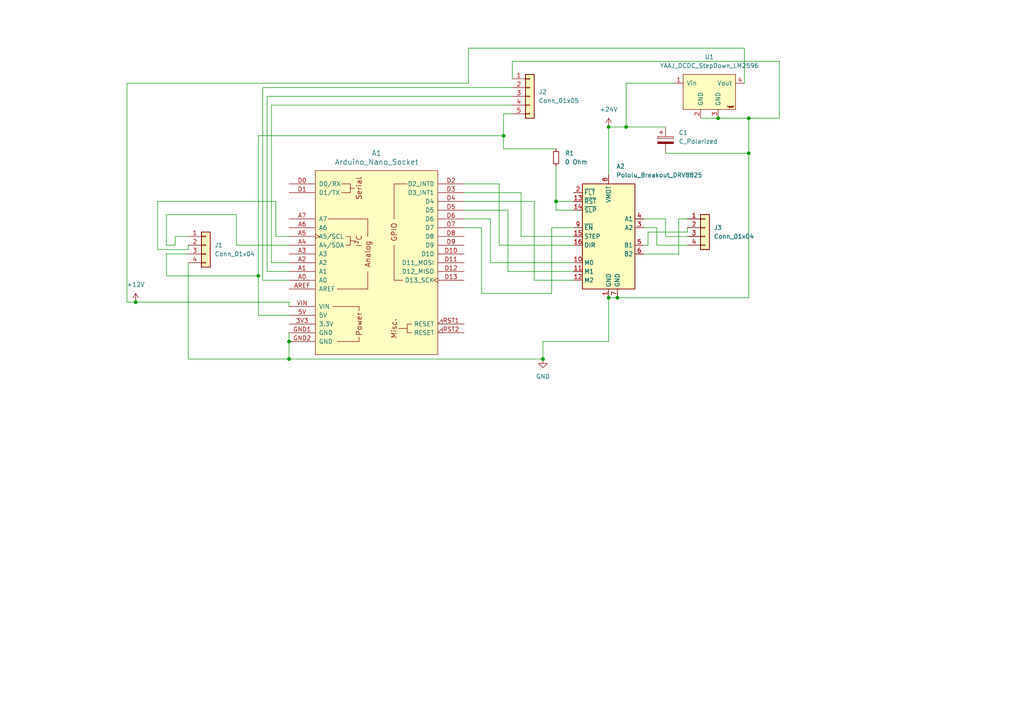
<source format=kicad_sch>
(kicad_sch (version 20230121) (generator eeschema)
  (paper "A4")
  (lib_symbols
    (symbol "Connector_Generic:Conn_01x04" (pin_names (offset 1.016) hide)
      (property "Reference" "J" (at 0 5.08 0))
      (property "Value" "Conn_01x04" (at 0 -7.62 0))
      (symbol "Conn_01x04_1_1"
        (rectangle (start -1.27 -4.953) (end 0 -5.207) (stroke (width 0.1524)))
        (rectangle (start -1.27 -2.413) (end 0 -2.667) (stroke (width 0.1524)))
        (rectangle (start -1.27 0.127) (end 0 -0.127) (stroke (width 0.1524)))
        (rectangle (start -1.27 2.667) (end 0 2.413) (stroke (width 0.1524)))
        (rectangle (start -1.27 3.81) (end 1.27 -6.35) (stroke (width 0.254)) (fill (type background)))
        (pin passive line (at -5.08 2.54 0) (length 3.81) (name "Pin_1") (number "1"))
        (pin passive line (at -5.08 0 0) (length 3.81) (name "Pin_2") (number "2"))
        (pin passive line (at -5.08 -2.54 0) (length 3.81) (name "Pin_3") (number "3"))
        (pin passive line (at -5.08 -5.08 0) (length 3.81) (name "Pin_4") (number "4"))
      )
    )
    (symbol "Connector_Generic:Conn_01x05" (pin_names (offset 1.016) hide)
      (property "Reference" "J" (at 0 7.62 0))
      (property "Value" "Conn_01x05" (at 0 -7.62 0))
      (symbol "Conn_01x05_1_1"
        (rectangle (start -1.27 -4.953) (end 0 -5.207) (stroke (width 0.1524)))
        (rectangle (start -1.27 -2.413) (end 0 -2.667) (stroke (width 0.1524)))
        (rectangle (start -1.27 0.127) (end 0 -0.127) (stroke (width 0.1524)))
        (rectangle (start -1.27 2.667) (end 0 2.413) (stroke (width 0.1524)))
        (rectangle (start -1.27 5.207) (end 0 4.953) (stroke (width 0.1524)))
        (rectangle (start -1.27 6.35) (end 1.27 -6.35) (stroke (width 0.254)) (fill (type background)))
        (pin passive line (at -5.08 5.08 0) (length 3.81) (name "Pin_1") (number "1"))
        (pin passive line (at -5.08 2.54 0) (length 3.81) (name "Pin_2") (number "2"))
        (pin passive line (at -5.08 0 0) (length 3.81) (name "Pin_3") (number "3"))
        (pin passive line (at -5.08 -2.54 0) (length 3.81) (name "Pin_4") (number "4"))
        (pin passive line (at -5.08 -5.08 0) (length 3.81) (name "Pin_5") (number "5"))
      )
    )
    (symbol "Device:C_Polarized" (pin_numbers hide) (pin_names (offset 0.254))
      (property "Reference" "C" (at 0.635 2.54 0))
      (property "Value" "C_Polarized" (at 0.635 -2.54 0))
      (symbol "C_Polarized_0_1"
        (rectangle (start -2.286 0.508) (end 2.286 1.016))
        (polyline (pts (xy -1.778 2.286) (xy -0.762 2.286)))
        (polyline (pts (xy -1.27 2.794) (xy -1.27 1.778)))
        (rectangle (start 2.286 -0.508) (end -2.286 -1.016) (fill (type outline)))
      )
      (symbol "C_Polarized_1_1"
        (pin passive line (at 0 3.81 270) (length 2.794) (name "~") (number "1"))
        (pin passive line (at 0 -3.81 90) (length 2.794) (name "~") (number "2"))
      )
    )
    (symbol "Device:R_Small" (pin_numbers hide) (pin_names (offset 0.254) hide)
      (property "Reference" "R" (at 0.762 0.508 0))
      (property "Value" "R_Small" (at 0.762 -1.016 0))
      (symbol "R_Small_0_1"
        (rectangle (start -0.762 1.778) (end 0.762 -1.778) (stroke (width 0.2032)))
      )
      (symbol "R_Small_1_1"
        (pin passive line (at 0 2.54 270) (length 0.762) (name "~") (number "1"))
        (pin passive line (at 0 -2.54 90) (length 0.762) (name "~") (number "2"))
      )
    )
    (symbol "Driver_Motor:Pololu_Breakout_DRV8825"
      (property "Reference" "A" (at -2.54 16.51 0))
      (property "Value" "Pololu_Breakout_DRV8825" (at -2.54 13.97 0))
      (symbol "Pololu_Breakout_DRV8825_0_1"
        (rectangle (start 7.62 -17.78) (end -7.62 12.7) (stroke (width 0.254)) (fill (type background)))
      )
      (symbol "Pololu_Breakout_DRV8825_1_1"
        (pin power_in line (at 0 -20.32 90) (length 2.54) (name "GND") (number "1"))
        (pin input line (at -10.16 -10.16 0) (length 2.54) (name "M0") (number "10"))
        (pin input line (at -10.16 -12.7 0) (length 2.54) (name "M1") (number "11"))
        (pin input line (at -10.16 -15.24 0) (length 2.54) (name "M2") (number "12"))
        (pin input line (at -10.16 7.62 0) (length 2.54) (name "~{RST}") (number "13"))
        (pin input line (at -10.16 5.08 0) (length 2.54) (name "~{SLP}") (number "14"))
        (pin input line (at -10.16 -2.54 0) (length 2.54) (name "STEP") (number "15"))
        (pin input line (at -10.16 -5.08 0) (length 2.54) (name "DIR") (number "16"))
        (pin output line (at -10.16 10.16 0) (length 2.54) (name "~{FLT}") (number "2"))
        (pin output line (at 10.16 0 180) (length 2.54) (name "A2") (number "3"))
        (pin output line (at 10.16 2.54 180) (length 2.54) (name "A1") (number "4"))
        (pin output line (at 10.16 -5.08 180) (length 2.54) (name "B1") (number "5"))
        (pin output line (at 10.16 -7.62 180) (length 2.54) (name "B2") (number "6"))
        (pin power_in line (at 2.54 -20.32 90) (length 2.54) (name "GND") (number "7"))
        (pin power_in line (at 0 15.24 270) (length 2.54) (name "VMOT") (number "8"))
        (pin input line (at -10.16 0 0) (length 2.54) (name "~{EN}") (number "9"))
      )
    )
    (symbol "PCM_arduino-library:Arduino_Nano_Socket" (pin_names (offset 1.016))
      (property "Reference" "A" (at 0 33.02 0))
      (property "Value" "Arduino_Nano_Socket" (at 0 29.21 0))
      (symbol "Arduino_Nano_Socket_0_0"
        (rectangle (start -17.78 26.67) (end 17.78 -26.67) (fill (type background)))
        (polyline (pts (xy -7.62 6.35) (xy -6.35 6.35)))
        (polyline (pts (xy -7.62 21.59) (xy -6.35 21.59)))
        (polyline (pts (xy 8.89 -19.05) (xy 6.35 -19.05)))
        (polyline (pts (xy -11.43 -22.86) (xy -5.08 -22.86) (xy -5.08 -21.59)))
        (polyline (pts (xy -5.08 -13.97) (xy -5.08 -12.7) (xy -12.7 -12.7)))
        (polyline (pts (xy -10.16 22.86) (xy -7.62 22.86) (xy -7.62 20.32) (xy -10.16 20.32)))
        (polyline (pts (xy -8.89 7.62) (xy -7.62 7.62) (xy -7.62 5.08) (xy -8.89 5.08)))
        (text "Analog" (at -2.54 2.54 900) (effects (font (size 1.524 1.524))))
        (text "I²C" (at -5.08 6.35 900) (effects (font (size 1.524 1.524))))
        (text "Misc." (at 5.08 -19.05 900) (effects (font (size 1.524 1.524))))
        (text "Power" (at -5.08 -17.78 900) (effects (font (size 1.524 1.524))))
        (text "Serial" (at -5.08 21.59 900) (effects (font (size 1.524 1.524))))
      )
      (symbol "Arduino_Nano_Socket_0_1"
        (polyline (pts (xy -13.97 12.7) (xy -2.54 12.7) (xy -2.54 7.62)))
        (polyline (pts (xy -11.43 -7.62) (xy -2.54 -7.62) (xy -2.54 -2.54)))
        (polyline (pts (xy 7.62 -5.08) (xy 5.08 -5.08) (xy 5.08 5.08)))
        (polyline (pts (xy 8.89 22.86) (xy 5.08 22.86) (xy 5.08 12.7)))
        (polyline (pts (xy 10.16 -17.78) (xy 8.89 -17.78) (xy 8.89 -20.32) (xy 10.16 -20.32)))
      )
      (symbol "Arduino_Nano_Socket_1_0"
        (text "GPIO" (at 5.08 8.89 900) (effects (font (size 1.524 1.524))))
      )
      (symbol "Arduino_Nano_Socket_1_1"
        (pin power_out line (at -25.4 -17.78 0) (length 7.62) (name "3.3V") (number "3V3"))
        (pin power_in line (at -25.4 -15.24 0) (length 7.62) (name "5V") (number "5V"))
        (pin bidirectional line (at -25.4 -5.08 0) (length 7.62) (name "A0") (number "A0"))
        (pin bidirectional line (at -25.4 -2.54 0) (length 7.62) (name "A1") (number "A1"))
        (pin bidirectional line (at -25.4 0 0) (length 7.62) (name "A2") (number "A2"))
        (pin bidirectional line (at -25.4 2.54 0) (length 7.62) (name "A3") (number "A3"))
        (pin bidirectional line (at -25.4 5.08 0) (length 7.62) (name "A4/SDA") (number "A4"))
        (pin bidirectional clock (at -25.4 7.62 0) (length 7.62) (name "A5/SCL") (number "A5"))
        (pin input line (at -25.4 10.16 0) (length 7.62) (name "A6") (number "A6"))
        (pin input line (at -25.4 12.7 0) (length 7.62) (name "A7") (number "A7"))
        (pin input line (at -25.4 -7.62 0) (length 7.62) (name "AREF") (number "AREF"))
        (pin bidirectional line (at -25.4 22.86 0) (length 7.62) (name "D0/RX") (number "D0"))
        (pin bidirectional line (at -25.4 20.32 0) (length 7.62) (name "D1/TX") (number "D1"))
        (pin bidirectional line (at 25.4 2.54 180) (length 7.62) (name "D10") (number "D10"))
        (pin bidirectional line (at 25.4 0 180) (length 7.62) (name "D11_MOSI") (number "D11"))
        (pin bidirectional line (at 25.4 -2.54 180) (length 7.62) (name "D12_MISO") (number "D12"))
        (pin bidirectional clock (at 25.4 -5.08 180) (length 7.62) (name "D13_SCK") (number "D13"))
        (pin bidirectional line (at 25.4 22.86 180) (length 7.62) (name "D2_INT0") (number "D2"))
        (pin bidirectional line (at 25.4 20.32 180) (length 7.62) (name "D3_INT1") (number "D3"))
        (pin bidirectional line (at 25.4 17.78 180) (length 7.62) (name "D4") (number "D4"))
        (pin bidirectional line (at 25.4 15.24 180) (length 7.62) (name "D5") (number "D5"))
        (pin bidirectional line (at 25.4 12.7 180) (length 7.62) (name "D6") (number "D6"))
        (pin bidirectional line (at 25.4 10.16 180) (length 7.62) (name "D7") (number "D7"))
        (pin bidirectional line (at 25.4 7.62 180) (length 7.62) (name "D8") (number "D8"))
        (pin bidirectional line (at 25.4 5.08 180) (length 7.62) (name "D9") (number "D9"))
        (pin power_in line (at -25.4 -20.32 0) (length 7.62) (name "GND") (number "GND1"))
        (pin power_in line (at -25.4 -22.86 0) (length 7.62) (name "GND") (number "GND2"))
        (pin open_collector input_low (at 25.4 -17.78 180) (length 7.62) (name "RESET") (number "RST1"))
        (pin open_collector input_low (at 25.4 -20.32 180) (length 7.62) (name "RESET") (number "RST2"))
        (pin power_in line (at -25.4 -12.7 0) (length 7.62) (name "VIN") (number "VIN"))
      )
    )
    (symbol "power:+12V" (power) (pin_names (offset 0))
      (property "Value" "+12V" (at 0 3.556 0))
      (symbol "+12V_0_1"
        (polyline (pts (xy -0.762 1.27) (xy 0 2.54)))
        (polyline (pts (xy 0 0) (xy 0 2.54)))
        (polyline (pts (xy 0 2.54) (xy 0.762 1.27)))
      )
      (symbol "+12V_1_1"
        (pin power_in line (at 0 0 90) (length 0) hide (name "+12V") (number "1"))
      )
    )
    (symbol "power:+24V" (power) (pin_names (offset 0))
      (property "Value" "+24V" (at 0 3.556 0))
      (symbol "+24V_0_1"
        (polyline (pts (xy -0.762 1.27) (xy 0 2.54)))
        (polyline (pts (xy 0 0) (xy 0 2.54)))
        (polyline (pts (xy 0 2.54) (xy 0.762 1.27)))
      )
      (symbol "+24V_1_1"
        (pin power_in line (at 0 0 90) (length 0) hide (name "+24V") (number "1"))
      )
    )
    (symbol "power:GND" (power) (pin_names (offset 0))
      (property "Value" "GND" (at 0 -3.81 0))
      (symbol "GND_0_1"
        (polyline (pts (xy 0 0) (xy 0 -1.27) (xy 1.27 -1.27) (xy 0 -2.54) (xy -1.27 -1.27) (xy 0 -1.27)))
      )
      (symbol "GND_1_1"
        (pin power_in line (at 0 0 270) (length 0) hide (name "GND") (number "1"))
      )
    )
    (symbol "yaaj_dcdc_stepdown_lm2596:YAAJ_DCDC_StepDown_LM2596" (pin_names (offset 1.016))
      (property "Reference" "U" (at -5.08 6.35 0))
      (property "Value" "YAAJ_DCDC_StepDown_LM2596" (at 0 11.43 0))
      (symbol "YAAJ_DCDC_StepDown_LM2596_0_1"
        (rectangle (start -7.62 5.08) (end 7.62 -5.08) (fill (type background)))
      )
      (symbol "YAAJ_DCDC_StepDown_LM2596_1_1"
        (text "Y@@V" (at 6.1976 -4.2672 0) (effects (font (size 0.508 0.508))))
        (pin power_in line (at -10.16 2.54 0) (length 2.54) (name "Vin") (number "1"))
        (pin power_in line (at -2.54 -7.62 90) (length 2.54) (name "GND") (number "2"))
        (pin power_in line (at 2.54 -7.62 90) (length 2.54) (name "GND") (number "3"))
        (pin power_out line (at 10.16 2.54 180) (length 2.54) (name "Vout") (number "4"))
      )
    )
  )
  (junction (at 179.07 86.36))
  (junction (at 181.61 36.83))
  (junction (at 217.17 34.29))
  (junction (at 217.17 44.45))
  (junction (at 161.29 58.42))
  (junction (at 208.28 34.29))
  (junction (at 83.82 99.06))
  (junction (at 39.37 87.63))
  (junction (at 176.53 36.83))
  (junction (at 176.53 86.36))
  (junction (at 146.05 39.37))
  (junction (at 157.48 104.14))
  (junction (at 74.93 80.01))
  (junction (at 83.82 104.14))
  (wire (pts (xy 160.02 66.04) (xy 166.37 66.04)))
  (wire (pts (xy 176.53 86.36) (xy 179.07 86.36)))
  (wire (pts (xy 83.82 104.14) (xy 54.61 104.14)))
  (wire (pts (xy 77.47 27.94) (xy 77.47 78.74)))
  (wire (pts (xy 54.61 104.14) (xy 54.61 76.2)))
  (wire (pts (xy 215.9 13.97) (xy 135.89 13.97)))
  (wire (pts (xy 193.04 44.45) (xy 217.17 44.45)))
  (wire (pts (xy 190.5 71.12) (xy 199.39 71.12)))
  (wire (pts (xy 208.28 34.29) (xy 217.17 34.29)))
  (wire (pts (xy 217.17 44.45) (xy 217.17 86.36)))
  (wire (pts (xy 217.17 34.29) (xy 217.17 44.45)))
  (wire (pts (xy 146.05 33.02) (xy 148.59 33.02)))
  (wire (pts (xy 83.82 91.44) (xy 74.93 91.44)))
  (wire (pts (xy 76.2 81.28) (xy 83.82 81.28)))
  (wire (pts (xy 176.53 86.36) (xy 176.53 99.06)))
  (wire (pts (xy 74.93 39.37) (xy 146.05 39.37)))
  (wire (pts (xy 134.62 60.96) (xy 147.32 60.96)))
  (wire (pts (xy 76.2 25.4) (xy 76.2 81.28)))
  (wire (pts (xy 142.24 76.2) (xy 166.37 76.2)))
  (wire (pts (xy 83.82 87.63) (xy 83.82 88.9)))
  (wire (pts (xy 83.82 104.14) (xy 157.48 104.14)))
  (wire (pts (xy 161.29 60.96) (xy 161.29 58.42)))
  (wire (pts (xy 186.69 63.5) (xy 193.04 63.5)))
  (wire (pts (xy 186.69 66.04) (xy 190.5 66.04)))
  (wire (pts (xy 139.7 66.04) (xy 134.62 66.04)))
  (wire (pts (xy 48.26 71.12) (xy 48.26 62.23)))
  (wire (pts (xy 142.24 63.5) (xy 134.62 63.5)))
  (wire (pts (xy 166.37 71.12) (xy 144.78 71.12)))
  (wire (pts (xy 135.89 13.97) (xy 135.89 24.13)))
  (wire (pts (xy 74.93 91.44) (xy 74.93 80.01)))
  (wire (pts (xy 142.24 63.5) (xy 142.24 76.2)))
  (wire (pts (xy 154.94 81.28) (xy 166.37 81.28)))
  (wire (pts (xy 78.74 30.48) (xy 148.59 30.48)))
  (wire (pts (xy 160.02 85.09) (xy 160.02 66.04)))
  (wire (pts (xy 217.17 34.29) (xy 226.06 34.29)))
  (wire (pts (xy 181.61 36.83) (xy 181.61 24.13)))
  (wire (pts (xy 68.58 71.12) (xy 83.82 71.12)))
  (wire (pts (xy 166.37 60.96) (xy 161.29 60.96)))
  (wire (pts (xy 203.2 34.29) (xy 208.28 34.29)))
  (wire (pts (xy 161.29 43.18) (xy 146.05 43.18)))
  (wire (pts (xy 144.78 53.34) (xy 134.62 53.34)))
  (wire (pts (xy 50.8 68.58) (xy 54.61 68.58)))
  (wire (pts (xy 48.26 73.66) (xy 54.61 73.66)))
  (wire (pts (xy 176.53 99.06) (xy 157.48 99.06)))
  (wire (pts (xy 80.01 58.42) (xy 80.01 68.58)))
  (wire (pts (xy 144.78 71.12) (xy 144.78 53.34)))
  (wire (pts (xy 78.74 76.2) (xy 83.82 76.2)))
  (wire (pts (xy 139.7 85.09) (xy 160.02 85.09)))
  (wire (pts (xy 74.93 80.01) (xy 74.93 39.37)))
  (wire (pts (xy 187.96 71.12) (xy 187.96 67.31)))
  (wire (pts (xy 76.2 25.4) (xy 148.59 25.4)))
  (wire (pts (xy 45.72 58.42) (xy 45.72 72.39)))
  (wire (pts (xy 83.82 99.06) (xy 83.82 104.14)))
  (wire (pts (xy 39.37 87.63) (xy 83.82 87.63)))
  (wire (pts (xy 226.06 17.78) (xy 148.59 17.78)))
  (wire (pts (xy 196.85 63.5) (xy 199.39 63.5)))
  (wire (pts (xy 190.5 66.04) (xy 190.5 71.12)))
  (wire (pts (xy 199.39 67.31) (xy 199.39 66.04)))
  (wire (pts (xy 50.8 71.12) (xy 50.8 68.58)))
  (wire (pts (xy 77.47 78.74) (xy 83.82 78.74)))
  (wire (pts (xy 74.93 80.01) (xy 48.26 80.01)))
  (wire (pts (xy 193.04 36.83) (xy 181.61 36.83)))
  (wire (pts (xy 186.69 73.66) (xy 196.85 73.66)))
  (wire (pts (xy 147.32 60.96) (xy 147.32 78.74)))
  (wire (pts (xy 187.96 67.31) (xy 199.39 67.31)))
  (wire (pts (xy 154.94 58.42) (xy 154.94 81.28)))
  (wire (pts (xy 181.61 24.13) (xy 195.58 24.13)))
  (wire (pts (xy 148.59 17.78) (xy 148.59 22.86)))
  (wire (pts (xy 54.61 72.39) (xy 54.61 71.12)))
  (wire (pts (xy 217.17 86.36) (xy 179.07 86.36)))
  (wire (pts (xy 80.01 68.58) (xy 83.82 68.58)))
  (wire (pts (xy 48.26 80.01) (xy 48.26 73.66)))
  (wire (pts (xy 161.29 58.42) (xy 166.37 58.42)))
  (wire (pts (xy 176.53 36.83) (xy 176.53 50.8)))
  (wire (pts (xy 226.06 17.78) (xy 226.06 34.29)))
  (wire (pts (xy 68.58 62.23) (xy 68.58 71.12)))
  (wire (pts (xy 48.26 62.23) (xy 68.58 62.23)))
  (wire (pts (xy 48.26 71.12) (xy 50.8 71.12)))
  (wire (pts (xy 147.32 78.74) (xy 166.37 78.74)))
  (wire (pts (xy 45.72 72.39) (xy 54.61 72.39)))
  (wire (pts (xy 193.04 68.58) (xy 199.39 68.58)))
  (wire (pts (xy 146.05 39.37) (xy 146.05 33.02)))
  (wire (pts (xy 146.05 43.18) (xy 146.05 39.37)))
  (wire (pts (xy 83.82 96.52) (xy 83.82 99.06)))
  (wire (pts (xy 181.61 36.83) (xy 176.53 36.83)))
  (wire (pts (xy 77.47 27.94) (xy 148.59 27.94)))
  (wire (pts (xy 139.7 66.04) (xy 139.7 85.09)))
  (wire (pts (xy 151.13 68.58) (xy 151.13 55.88)))
  (wire (pts (xy 151.13 55.88) (xy 134.62 55.88)))
  (wire (pts (xy 36.83 24.13) (xy 36.83 87.63)))
  (wire (pts (xy 196.85 73.66) (xy 196.85 63.5)))
  (wire (pts (xy 193.04 63.5) (xy 193.04 68.58)))
  (wire (pts (xy 36.83 87.63) (xy 39.37 87.63)))
  (wire (pts (xy 186.69 71.12) (xy 187.96 71.12)))
  (wire (pts (xy 78.74 30.48) (xy 78.74 76.2)))
  (wire (pts (xy 166.37 68.58) (xy 151.13 68.58)))
  (wire (pts (xy 45.72 58.42) (xy 80.01 58.42)))
  (wire (pts (xy 135.89 24.13) (xy 36.83 24.13)))
  (wire (pts (xy 157.48 99.06) (xy 157.48 104.14)))
  (wire (pts (xy 215.9 24.13) (xy 215.9 13.97)))
  (wire (pts (xy 134.62 58.42) (xy 154.94 58.42)))
  (wire (pts (xy 161.29 48.26) (xy 161.29 58.42)))
  (symbol (lib_id "Connector_Generic:Conn_01x04") (at 204.47 66.04 0) (unit 1)
    (property "Reference" "J3" (at 207.01 66.04 0) (effects (justify left)))
    (property "Value" "Conn_01x04" (at 207.01 68.58 0) (effects (justify left)))
    (property "Footprint" "Connector_JST:JST_XH_S4B-XH-A_1x04_P2.50mm_Horizontal" (effects hide))
  )
  (symbol (lib_id "power:+24V") (at 176.53 36.83 0) (unit 1)
    (property "Reference" "#PWR03" (effects hide))
    (property "Value" "+24V" (at 176.53 31.75 0))
  )
  (symbol (lib_id "power:+12V") (at 39.37 87.63 0) (unit 1)
    (property "Reference" "#PWR01" (effects hide))
    (property "Value" "+12V" (at 39.37 82.55 0))
  )
  (symbol (lib_id "Connector_Generic:Conn_01x05") (at 153.67 27.94 0) (unit 1)
    (property "Reference" "J2" (at 156.21 26.67 0) (effects (justify left)))
    (property "Value" "Conn_01x05" (at 156.21 29.21 0) (effects (justify left)))
    (property "Footprint" "Connector_JST:JST_XH_B5B-XH-A_1x05_P2.50mm_Vertical" (effects hide))
  )
  (symbol (lib_id "power:GND") (at 157.48 104.14 0) (unit 1)
    (property "Reference" "#PWR02" (effects hide))
    (property "Value" "GND" (at 157.48 109.22 0))
  )
  (symbol (lib_id "Device:C_Polarized") (at 193.04 40.64 0) (unit 1)
    (property "Reference" "C1" (at 196.85 38.481 0) (effects (justify left)))
    (property "Value" "C_Polarized" (at 196.85 41.021 0) (effects (justify left)))
    (property "Footprint" "Capacitor_THT:CP_Radial_D8.0mm_P3.80mm" (effects hide))
  )
  (symbol (lib_id "PCM_arduino-library:Arduino_Nano_Socket") (at 109.22 76.2 0) (unit 1)
    (property "Reference" "A1" (at 109.22 44.45 0) (effects (font (size 1.524 1.524))))
    (property "Value" "Arduino_Nano_Socket" (at 109.22 46.99 0) (effects (font (size 1.524 1.524))))
    (property "Footprint" "PCM_arduino-library:Arduino_Nano_Socket" (effects hide))
    (property "Datasheet" "https://docs.arduino.cc/hardware/nano" (effects hide))
  )
  (symbol (lib_id "Device:R_Small") (at 161.29 45.72 0) (unit 1)
    (property "Reference" "R1" (at 163.83 44.45 0) (effects (justify left)))
    (property "Value" "0 Ohm" (at 163.83 46.99 0) (effects (justify left)))
    (property "Footprint" "Resistor_THT:R_Axial_DIN0207_L6.3mm_D2.5mm_P7.62mm_Horizontal" (effects hide))
  )
  (symbol (lib_id "yaaj_dcdc_stepdown_lm2596:YAAJ_DCDC_StepDown_LM2596") (at 205.74 26.67 0) (unit 1)
    (property "Reference" "U1" (at 205.74 16.51 0))
    (property "Value" "YAAJ_DCDC_StepDown_LM2596" (at 205.74 19.05 0))
    (property "Footprint" "lm2569:YAAJ_DCDC_StepDown_LM2596" (effects hide))
  )
  (symbol (lib_id "Connector_Generic:Conn_01x04") (at 59.69 71.12 0) (unit 1)
    (property "Reference" "J1" (at 62.23 71.12 0) (effects (justify left)))
    (property "Value" "Conn_01x04" (at 62.23 73.66 0) (effects (justify left)))
    (property "Footprint" "Connector_JST:JST_XH_B4B-XH-A_1x04_P2.50mm_Vertical" (effects hide))
  )
  (symbol (lib_id "Driver_Motor:Pololu_Breakout_DRV8825") (at 176.53 66.04 0) (unit 1)
    (property "Reference" "A2" (at 178.7241 48.26 0) (effects (justify left)))
    (property "Value" "Pololu_Breakout_DRV8825" (at 178.7241 50.8 0) (effects (justify left)))
    (property "Footprint" "Module:Pololu_Breakout-16_15.2x20.3mm" (effects hide))
    (property "Datasheet" "https://www.pololu.com/product/2982" (effects hide))
  )
)
</source>
